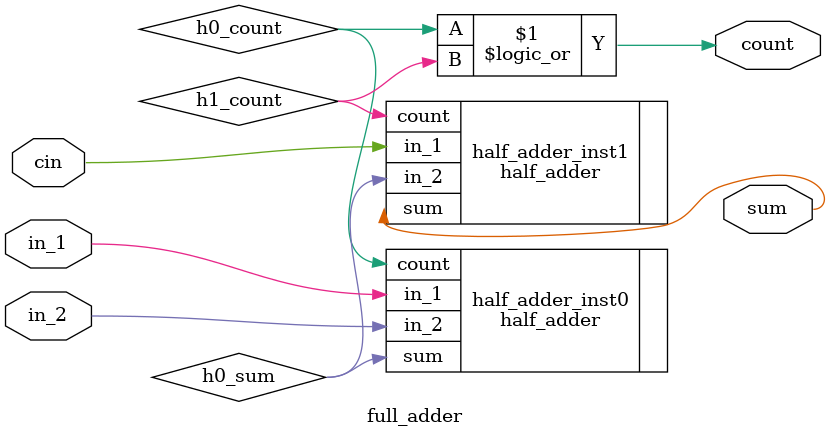
<source format=v>
module full_adder
(
	input wire in_1,
	input wire in_2,
	input wire cin,
	output wire sum,
	output wire count
);
wire h0_sum;
wire h0_count;
wire h1_count;

half_adder half_adder_inst0
(
	.in_1 (in_1),
	.in_2 (in_2),
	.sum (h0_sum),
	.count (h0_count)
);
half_adder half_adder_inst1
(
	.in_1 (cin),
	.in_2 (h0_sum),
	.sum (sum),
	.count (h1_count)
);

assign count = (h0_count||h1_count);
endmodule
</source>
